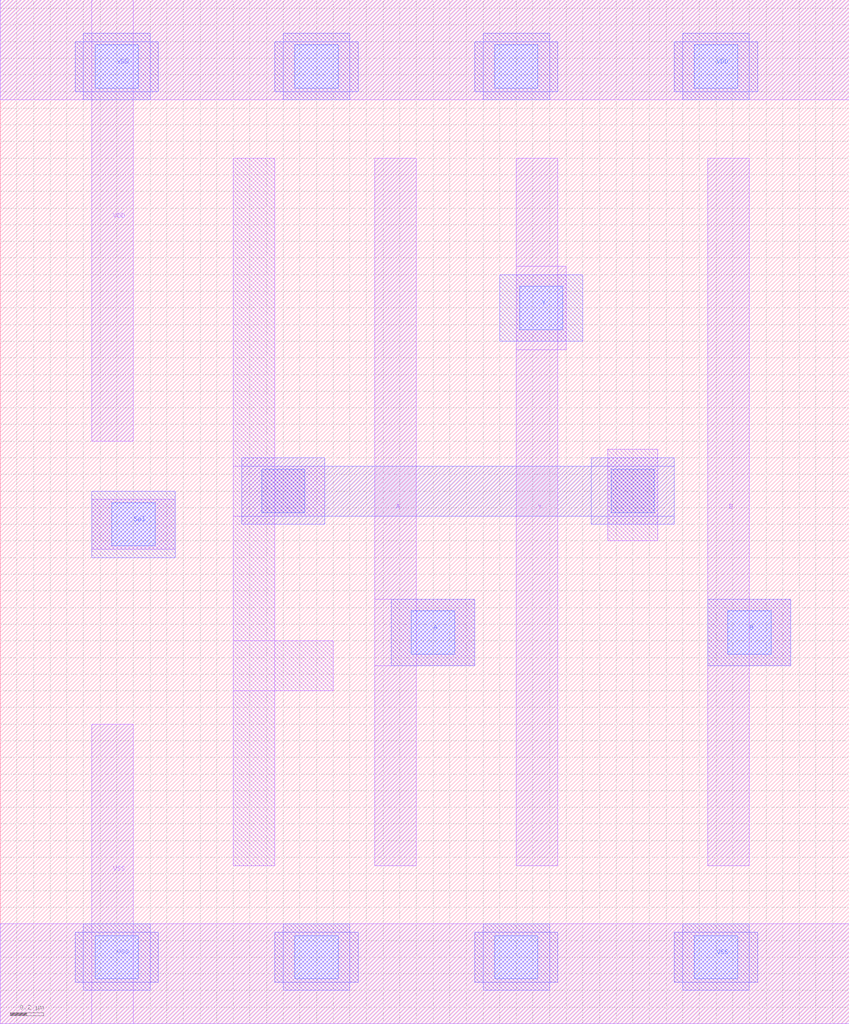
<source format=lef>
# Copyright 2022 Google LLC
# Licensed under the Apache License, Version 2.0 (the "License");
# you may not use this file except in compliance with the License.
# You may obtain a copy of the License at
#
#      http://www.apache.org/licenses/LICENSE-2.0
#
# Unless required by applicable law or agreed to in writing, software
# distributed under the License is distributed on an "AS IS" BASIS,
# WITHOUT WARRANTIES OR CONDITIONS OF ANY KIND, either express or implied.
# See the License for the specific language governing permissions and
# limitations under the License.
VERSION 5.7 ;
BUSBITCHARS "[]" ;
DIVIDERCHAR "/" ;

MACRO gf180mcu_osu_sc_9T_mux2_1
  CLASS CORE ;
  ORIGIN 0 0 ;
  FOREIGN gf180mcu_osu_sc_9T_mux2_1 0 0 ;
  SIZE 5.1 BY 6.15 ;
  SYMMETRY X Y ;
  SITE GF018hv5v_mcu_sc7 ;
  PIN A
    DIRECTION INPUT ;
    USE SIGNAL ;
    PORT
      LAYER MET1 ;
        RECT 2.25 2.15 2.85 2.55 ;
        RECT 2.25 0.95 2.5 5.2 ;
      LAYER MET2 ;
        RECT 2.35 2.15 2.85 2.55 ;
      LAYER VIA12 ;
        RECT 2.47 2.22 2.73 2.48 ;
    END
  END A
  PIN B
    DIRECTION INPUT ;
    USE SIGNAL ;
    PORT
      LAYER MET1 ;
        RECT 4.25 2.15 4.75 2.55 ;
        RECT 4.25 0.95 4.5 5.2 ;
      LAYER MET2 ;
        RECT 4.25 2.15 4.75 2.55 ;
      LAYER VIA12 ;
        RECT 4.37 2.22 4.63 2.48 ;
    END
  END B
  PIN Sel
    DIRECTION OUTPUT ;
    USE SIGNAL ;
    PORT
      LAYER MET1 ;
        RECT 0.55 2.85 1.05 3.15 ;
      LAYER MET2 ;
        RECT 0.55 2.8 1.05 3.2 ;
      LAYER VIA12 ;
        RECT 0.67 2.87 0.93 3.13 ;
    END
  END Sel
  PIN VDD
    DIRECTION INOUT ;
    USE POWER ;
    SHAPE ABUTMENT ;
    PORT
      LAYER MET1 ;
        RECT 0 5.55 5.1 6.15 ;
        RECT 0.55 3.5 0.8 6.15 ;
      LAYER MET2 ;
        RECT 4.05 5.6 4.55 5.9 ;
        RECT 4.1 5.55 4.5 5.95 ;
        RECT 2.85 5.6 3.35 5.9 ;
        RECT 2.9 5.55 3.3 5.95 ;
        RECT 1.65 5.6 2.15 5.9 ;
        RECT 1.7 5.55 2.1 5.95 ;
        RECT 0.45 5.6 0.95 5.9 ;
        RECT 0.5 5.55 0.9 5.95 ;
      LAYER VIA12 ;
        RECT 0.57 5.62 0.83 5.88 ;
        RECT 1.77 5.62 2.03 5.88 ;
        RECT 2.97 5.62 3.23 5.88 ;
        RECT 4.17 5.62 4.43 5.88 ;
    END
  END VDD
  PIN VSS
    DIRECTION INOUT ;
    USE GROUND ;
    PORT
      LAYER MET1 ;
        RECT 0 0 5.1 0.6 ;
        RECT 0.55 0 0.8 1.8 ;
      LAYER MET2 ;
        RECT 4.05 0.25 4.55 0.55 ;
        RECT 4.1 0.2 4.5 0.6 ;
        RECT 2.85 0.25 3.35 0.55 ;
        RECT 2.9 0.2 3.3 0.6 ;
        RECT 1.65 0.25 2.15 0.55 ;
        RECT 1.7 0.2 2.1 0.6 ;
        RECT 0.45 0.25 0.95 0.55 ;
        RECT 0.5 0.2 0.9 0.6 ;
      LAYER VIA12 ;
        RECT 0.57 0.27 0.83 0.53 ;
        RECT 1.77 0.27 2.03 0.53 ;
        RECT 2.97 0.27 3.23 0.53 ;
        RECT 4.17 0.27 4.43 0.53 ;
    END
  END VSS
  PIN Y
    DIRECTION OUTPUT ;
    USE SIGNAL ;
    PORT
      LAYER MET1 ;
        RECT 3.1 4.05 3.4 4.55 ;
        RECT 3.1 0.95 3.35 5.2 ;
      LAYER MET2 ;
        RECT 3 4.1 3.5 4.5 ;
      LAYER VIA12 ;
        RECT 3.12 4.17 3.38 4.43 ;
    END
  END Y
  OBS
    LAYER MET2 ;
      RECT 3.55 3 4.05 3.4 ;
      RECT 1.45 3 1.95 3.4 ;
      RECT 1.45 3.05 4.05 3.35 ;
    LAYER VIA12 ;
      RECT 3.67 3.07 3.93 3.33 ;
      RECT 1.57 3.07 1.83 3.33 ;
    LAYER MET1 ;
      RECT 1.4 0.95 1.65 5.2 ;
      RECT 1.4 3.05 1.95 3.35 ;
      RECT 1.4 2 2 2.3 ;
      RECT 3.65 2.9 3.95 3.45 ;
  END
END gf180mcu_osu_sc_9T_mux2_1

</source>
